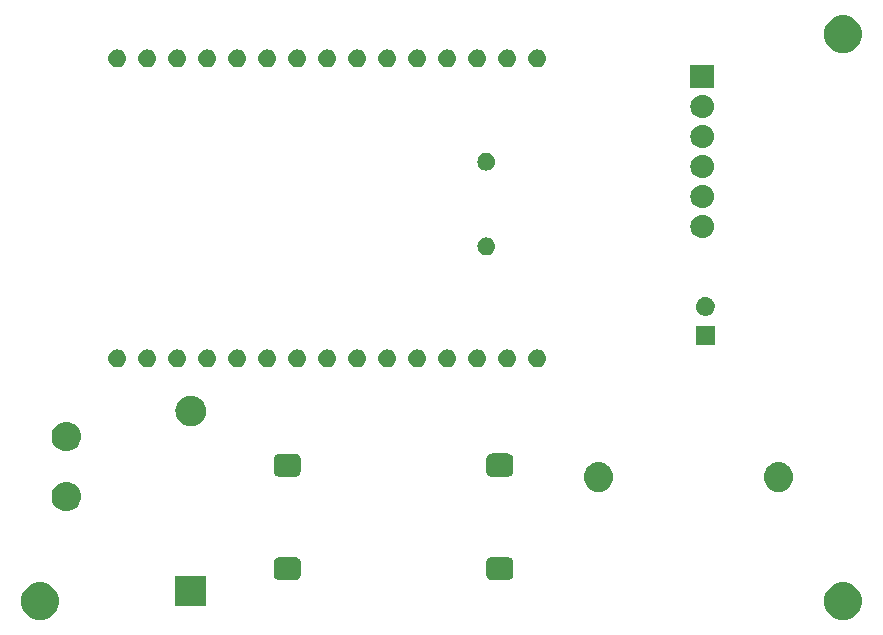
<source format=gts>
G04 #@! TF.GenerationSoftware,KiCad,Pcbnew,8.0.9*
G04 #@! TF.CreationDate,2025-07-12T12:55:35+02:00*
G04 #@! TF.ProjectId,OBD_Circuit,4f42445f-4369-4726-9375-69742e6b6963,rev?*
G04 #@! TF.SameCoordinates,Original*
G04 #@! TF.FileFunction,Soldermask,Top*
G04 #@! TF.FilePolarity,Negative*
%FSLAX46Y46*%
G04 Gerber Fmt 4.6, Leading zero omitted, Abs format (unit mm)*
G04 Created by KiCad (PCBNEW 8.0.9) date 2025-07-12 12:55:35*
%MOMM*%
%LPD*%
G01*
G04 APERTURE LIST*
G04 APERTURE END LIST*
G36*
X123750295Y-119919699D02*
G01*
X123994427Y-119978310D01*
X124226385Y-120074390D01*
X124440456Y-120205573D01*
X124631371Y-120368629D01*
X124794427Y-120559544D01*
X124925610Y-120773615D01*
X125021690Y-121005573D01*
X125080301Y-121249705D01*
X125100000Y-121500000D01*
X125080301Y-121750295D01*
X125021690Y-121994427D01*
X124925610Y-122226385D01*
X124794427Y-122440456D01*
X124631371Y-122631371D01*
X124440456Y-122794427D01*
X124226385Y-122925610D01*
X123994427Y-123021690D01*
X123750295Y-123080301D01*
X123500000Y-123100000D01*
X123249705Y-123080301D01*
X123005573Y-123021690D01*
X122773615Y-122925610D01*
X122559544Y-122794427D01*
X122368629Y-122631371D01*
X122205573Y-122440456D01*
X122074390Y-122226385D01*
X121978310Y-121994427D01*
X121919699Y-121750295D01*
X121900000Y-121500000D01*
X121919699Y-121249705D01*
X121978310Y-121005573D01*
X122074390Y-120773615D01*
X122205573Y-120559544D01*
X122368629Y-120368629D01*
X122559544Y-120205573D01*
X122773615Y-120074390D01*
X123005573Y-119978310D01*
X123249705Y-119919699D01*
X123500000Y-119900000D01*
X123750295Y-119919699D01*
G37*
G36*
X191750295Y-119919699D02*
G01*
X191994427Y-119978310D01*
X192226385Y-120074390D01*
X192440456Y-120205573D01*
X192631371Y-120368629D01*
X192794427Y-120559544D01*
X192925610Y-120773615D01*
X193021690Y-121005573D01*
X193080301Y-121249705D01*
X193100000Y-121500000D01*
X193080301Y-121750295D01*
X193021690Y-121994427D01*
X192925610Y-122226385D01*
X192794427Y-122440456D01*
X192631371Y-122631371D01*
X192440456Y-122794427D01*
X192226385Y-122925610D01*
X191994427Y-123021690D01*
X191750295Y-123080301D01*
X191500000Y-123100000D01*
X191249705Y-123080301D01*
X191005573Y-123021690D01*
X190773615Y-122925610D01*
X190559544Y-122794427D01*
X190368629Y-122631371D01*
X190205573Y-122440456D01*
X190074390Y-122226385D01*
X189978310Y-121994427D01*
X189919699Y-121750295D01*
X189900000Y-121500000D01*
X189919699Y-121249705D01*
X189978310Y-121005573D01*
X190074390Y-120773615D01*
X190205573Y-120559544D01*
X190368629Y-120368629D01*
X190559544Y-120205573D01*
X190773615Y-120074390D01*
X191005573Y-119978310D01*
X191249705Y-119919699D01*
X191500000Y-119900000D01*
X191750295Y-119919699D01*
G37*
G36*
X137571000Y-121950000D02*
G01*
X134971000Y-121950000D01*
X134971000Y-119350000D01*
X137571000Y-119350000D01*
X137571000Y-121950000D01*
G37*
G36*
X145187795Y-117774267D02*
G01*
X145194706Y-117776845D01*
X145199104Y-117777373D01*
X145251105Y-117797880D01*
X145319270Y-117823304D01*
X145323384Y-117826384D01*
X145324345Y-117826763D01*
X145359279Y-117853254D01*
X145431604Y-117907396D01*
X145485764Y-117979745D01*
X145512236Y-118014654D01*
X145512614Y-118015613D01*
X145515696Y-118019730D01*
X145541130Y-118087923D01*
X145561626Y-118139895D01*
X145562153Y-118144289D01*
X145564733Y-118151205D01*
X145576000Y-118256000D01*
X145576000Y-119242000D01*
X145564733Y-119346795D01*
X145562153Y-119353710D01*
X145561626Y-119358104D01*
X145541137Y-119410058D01*
X145515696Y-119478270D01*
X145512613Y-119482387D01*
X145512236Y-119483345D01*
X145485822Y-119518176D01*
X145431604Y-119590604D01*
X145359176Y-119644822D01*
X145324345Y-119671236D01*
X145323387Y-119671613D01*
X145319270Y-119674696D01*
X145251058Y-119700137D01*
X145199104Y-119720626D01*
X145194710Y-119721153D01*
X145187795Y-119723733D01*
X145083000Y-119735000D01*
X143783000Y-119735000D01*
X143678205Y-119723733D01*
X143671289Y-119721153D01*
X143666895Y-119720626D01*
X143614923Y-119700130D01*
X143546730Y-119674696D01*
X143542613Y-119671614D01*
X143541654Y-119671236D01*
X143506745Y-119644764D01*
X143434396Y-119590604D01*
X143380254Y-119518279D01*
X143353763Y-119483345D01*
X143353384Y-119482384D01*
X143350304Y-119478270D01*
X143324880Y-119410105D01*
X143304373Y-119358104D01*
X143303845Y-119353706D01*
X143301267Y-119346795D01*
X143290000Y-119242000D01*
X143290000Y-118256000D01*
X143301267Y-118151205D01*
X143303844Y-118144293D01*
X143304373Y-118139895D01*
X143324887Y-118087876D01*
X143350304Y-118019730D01*
X143353383Y-118015616D01*
X143353763Y-118014654D01*
X143380312Y-117979642D01*
X143434396Y-117907396D01*
X143506642Y-117853312D01*
X143541654Y-117826763D01*
X143542616Y-117826383D01*
X143546730Y-117823304D01*
X143614876Y-117797887D01*
X143666895Y-117777373D01*
X143671293Y-117776844D01*
X143678205Y-117774267D01*
X143783000Y-117763000D01*
X145083000Y-117763000D01*
X145187795Y-117774267D01*
G37*
G36*
X163187795Y-117770267D02*
G01*
X163194706Y-117772845D01*
X163199104Y-117773373D01*
X163251105Y-117793880D01*
X163319270Y-117819304D01*
X163323384Y-117822384D01*
X163324345Y-117822763D01*
X163359279Y-117849254D01*
X163431604Y-117903396D01*
X163485764Y-117975745D01*
X163512236Y-118010654D01*
X163512614Y-118011613D01*
X163515696Y-118015730D01*
X163541130Y-118083923D01*
X163561626Y-118135895D01*
X163562153Y-118140289D01*
X163564733Y-118147205D01*
X163576000Y-118252000D01*
X163576000Y-119238000D01*
X163564733Y-119342795D01*
X163562153Y-119349710D01*
X163561626Y-119354104D01*
X163541137Y-119406058D01*
X163515696Y-119474270D01*
X163512613Y-119478387D01*
X163512236Y-119479345D01*
X163485822Y-119514176D01*
X163431604Y-119586604D01*
X163359176Y-119640822D01*
X163324345Y-119667236D01*
X163323387Y-119667613D01*
X163319270Y-119670696D01*
X163251058Y-119696137D01*
X163199104Y-119716626D01*
X163194710Y-119717153D01*
X163187795Y-119719733D01*
X163083000Y-119731000D01*
X161783000Y-119731000D01*
X161678205Y-119719733D01*
X161671289Y-119717153D01*
X161666895Y-119716626D01*
X161614923Y-119696130D01*
X161546730Y-119670696D01*
X161542613Y-119667614D01*
X161541654Y-119667236D01*
X161506745Y-119640764D01*
X161434396Y-119586604D01*
X161380254Y-119514279D01*
X161353763Y-119479345D01*
X161353384Y-119478384D01*
X161350304Y-119474270D01*
X161324880Y-119406105D01*
X161304373Y-119354104D01*
X161303845Y-119349706D01*
X161301267Y-119342795D01*
X161290000Y-119238000D01*
X161290000Y-118252000D01*
X161301267Y-118147205D01*
X161303844Y-118140293D01*
X161304373Y-118135895D01*
X161324887Y-118083876D01*
X161350304Y-118015730D01*
X161353383Y-118011616D01*
X161353763Y-118010654D01*
X161380312Y-117975642D01*
X161434396Y-117903396D01*
X161506642Y-117849312D01*
X161541654Y-117822763D01*
X161542616Y-117822383D01*
X161546730Y-117819304D01*
X161614876Y-117793887D01*
X161666895Y-117773373D01*
X161671293Y-117772844D01*
X161678205Y-117770267D01*
X161783000Y-117759000D01*
X163083000Y-117759000D01*
X163187795Y-117770267D01*
G37*
G36*
X125947060Y-111417990D02*
G01*
X126157525Y-111474384D01*
X126355000Y-111566468D01*
X126533485Y-111691444D01*
X126687556Y-111845515D01*
X126812532Y-112024000D01*
X126904616Y-112221475D01*
X126961010Y-112431940D01*
X126980000Y-112649000D01*
X126961010Y-112866060D01*
X126904616Y-113076525D01*
X126812532Y-113274000D01*
X126687556Y-113452485D01*
X126533485Y-113606556D01*
X126355000Y-113731532D01*
X126157525Y-113823616D01*
X125947060Y-113880010D01*
X125730000Y-113899000D01*
X125512940Y-113880010D01*
X125302475Y-113823616D01*
X125105000Y-113731532D01*
X124926515Y-113606556D01*
X124772444Y-113452485D01*
X124647468Y-113274000D01*
X124555384Y-113076525D01*
X124498990Y-112866060D01*
X124480000Y-112649000D01*
X124498990Y-112431940D01*
X124555384Y-112221475D01*
X124647468Y-112024000D01*
X124772444Y-111845515D01*
X124926515Y-111691444D01*
X125105000Y-111566468D01*
X125302475Y-111474384D01*
X125512940Y-111417990D01*
X125730000Y-111399000D01*
X125947060Y-111417990D01*
G37*
G36*
X171006660Y-109768990D02*
G01*
X171217125Y-109825384D01*
X171414600Y-109917468D01*
X171593085Y-110042444D01*
X171747156Y-110196515D01*
X171872132Y-110375000D01*
X171964216Y-110572475D01*
X172020610Y-110782940D01*
X172039600Y-111000000D01*
X172020610Y-111217060D01*
X171964216Y-111427525D01*
X171872132Y-111625000D01*
X171747156Y-111803485D01*
X171593085Y-111957556D01*
X171414600Y-112082532D01*
X171217125Y-112174616D01*
X171006660Y-112231010D01*
X170789600Y-112250000D01*
X170572540Y-112231010D01*
X170362075Y-112174616D01*
X170164600Y-112082532D01*
X169986115Y-111957556D01*
X169832044Y-111803485D01*
X169707068Y-111625000D01*
X169614984Y-111427525D01*
X169558590Y-111217060D01*
X169539600Y-111000000D01*
X169558590Y-110782940D01*
X169614984Y-110572475D01*
X169707068Y-110375000D01*
X169832044Y-110196515D01*
X169986115Y-110042444D01*
X170164600Y-109917468D01*
X170362075Y-109825384D01*
X170572540Y-109768990D01*
X170789600Y-109750000D01*
X171006660Y-109768990D01*
G37*
G36*
X186246660Y-109768990D02*
G01*
X186457125Y-109825384D01*
X186654600Y-109917468D01*
X186833085Y-110042444D01*
X186987156Y-110196515D01*
X187112132Y-110375000D01*
X187204216Y-110572475D01*
X187260610Y-110782940D01*
X187279600Y-111000000D01*
X187260610Y-111217060D01*
X187204216Y-111427525D01*
X187112132Y-111625000D01*
X186987156Y-111803485D01*
X186833085Y-111957556D01*
X186654600Y-112082532D01*
X186457125Y-112174616D01*
X186246660Y-112231010D01*
X186029600Y-112250000D01*
X185812540Y-112231010D01*
X185602075Y-112174616D01*
X185404600Y-112082532D01*
X185226115Y-111957556D01*
X185072044Y-111803485D01*
X184947068Y-111625000D01*
X184854984Y-111427525D01*
X184798590Y-111217060D01*
X184779600Y-111000000D01*
X184798590Y-110782940D01*
X184854984Y-110572475D01*
X184947068Y-110375000D01*
X185072044Y-110196515D01*
X185226115Y-110042444D01*
X185404600Y-109917468D01*
X185602075Y-109825384D01*
X185812540Y-109768990D01*
X186029600Y-109750000D01*
X186246660Y-109768990D01*
G37*
G36*
X145187795Y-109028267D02*
G01*
X145194706Y-109030845D01*
X145199104Y-109031373D01*
X145251105Y-109051880D01*
X145319270Y-109077304D01*
X145323384Y-109080384D01*
X145324345Y-109080763D01*
X145359279Y-109107254D01*
X145431604Y-109161396D01*
X145485764Y-109233745D01*
X145512236Y-109268654D01*
X145512614Y-109269613D01*
X145515696Y-109273730D01*
X145541130Y-109341923D01*
X145561626Y-109393895D01*
X145562153Y-109398289D01*
X145564733Y-109405205D01*
X145576000Y-109510000D01*
X145576000Y-110496000D01*
X145564733Y-110600795D01*
X145562153Y-110607710D01*
X145561626Y-110612104D01*
X145541137Y-110664058D01*
X145515696Y-110732270D01*
X145512613Y-110736387D01*
X145512236Y-110737345D01*
X145485822Y-110772176D01*
X145431604Y-110844604D01*
X145359176Y-110898822D01*
X145324345Y-110925236D01*
X145323387Y-110925613D01*
X145319270Y-110928696D01*
X145251058Y-110954137D01*
X145199104Y-110974626D01*
X145194710Y-110975153D01*
X145187795Y-110977733D01*
X145083000Y-110989000D01*
X143783000Y-110989000D01*
X143678205Y-110977733D01*
X143671289Y-110975153D01*
X143666895Y-110974626D01*
X143614923Y-110954130D01*
X143546730Y-110928696D01*
X143542613Y-110925614D01*
X143541654Y-110925236D01*
X143506745Y-110898764D01*
X143434396Y-110844604D01*
X143380254Y-110772279D01*
X143353763Y-110737345D01*
X143353384Y-110736384D01*
X143350304Y-110732270D01*
X143324880Y-110664105D01*
X143304373Y-110612104D01*
X143303845Y-110607706D01*
X143301267Y-110600795D01*
X143290000Y-110496000D01*
X143290000Y-109510000D01*
X143301267Y-109405205D01*
X143303844Y-109398293D01*
X143304373Y-109393895D01*
X143324887Y-109341876D01*
X143350304Y-109273730D01*
X143353383Y-109269616D01*
X143353763Y-109268654D01*
X143380312Y-109233642D01*
X143434396Y-109161396D01*
X143506642Y-109107312D01*
X143541654Y-109080763D01*
X143542616Y-109080383D01*
X143546730Y-109077304D01*
X143614876Y-109051887D01*
X143666895Y-109031373D01*
X143671293Y-109030844D01*
X143678205Y-109028267D01*
X143783000Y-109017000D01*
X145083000Y-109017000D01*
X145187795Y-109028267D01*
G37*
G36*
X163187795Y-109024267D02*
G01*
X163194706Y-109026845D01*
X163199104Y-109027373D01*
X163251105Y-109047880D01*
X163319270Y-109073304D01*
X163323384Y-109076384D01*
X163324345Y-109076763D01*
X163359279Y-109103254D01*
X163431604Y-109157396D01*
X163485764Y-109229745D01*
X163512236Y-109264654D01*
X163512614Y-109265613D01*
X163515696Y-109269730D01*
X163541130Y-109337923D01*
X163561626Y-109389895D01*
X163562153Y-109394289D01*
X163564733Y-109401205D01*
X163576000Y-109506000D01*
X163576000Y-110492000D01*
X163564733Y-110596795D01*
X163562153Y-110603710D01*
X163561626Y-110608104D01*
X163541137Y-110660058D01*
X163515696Y-110728270D01*
X163512613Y-110732387D01*
X163512236Y-110733345D01*
X163485822Y-110768176D01*
X163431604Y-110840604D01*
X163359176Y-110894822D01*
X163324345Y-110921236D01*
X163323387Y-110921613D01*
X163319270Y-110924696D01*
X163251058Y-110950137D01*
X163199104Y-110970626D01*
X163194710Y-110971153D01*
X163187795Y-110973733D01*
X163083000Y-110985000D01*
X161783000Y-110985000D01*
X161678205Y-110973733D01*
X161671289Y-110971153D01*
X161666895Y-110970626D01*
X161614923Y-110950130D01*
X161546730Y-110924696D01*
X161542613Y-110921614D01*
X161541654Y-110921236D01*
X161506745Y-110894764D01*
X161434396Y-110840604D01*
X161380254Y-110768279D01*
X161353763Y-110733345D01*
X161353384Y-110732384D01*
X161350304Y-110728270D01*
X161324880Y-110660105D01*
X161304373Y-110608104D01*
X161303845Y-110603706D01*
X161301267Y-110596795D01*
X161290000Y-110492000D01*
X161290000Y-109506000D01*
X161301267Y-109401205D01*
X161303844Y-109394293D01*
X161304373Y-109389895D01*
X161324887Y-109337876D01*
X161350304Y-109269730D01*
X161353383Y-109265616D01*
X161353763Y-109264654D01*
X161380312Y-109229642D01*
X161434396Y-109157396D01*
X161506642Y-109103312D01*
X161541654Y-109076763D01*
X161542616Y-109076383D01*
X161546730Y-109073304D01*
X161614876Y-109047887D01*
X161666895Y-109027373D01*
X161671293Y-109026844D01*
X161678205Y-109024267D01*
X161783000Y-109013000D01*
X163083000Y-109013000D01*
X163187795Y-109024267D01*
G37*
G36*
X125947060Y-106337990D02*
G01*
X126157525Y-106394384D01*
X126355000Y-106486468D01*
X126533485Y-106611444D01*
X126687556Y-106765515D01*
X126812532Y-106944000D01*
X126904616Y-107141475D01*
X126961010Y-107351940D01*
X126980000Y-107569000D01*
X126961010Y-107786060D01*
X126904616Y-107996525D01*
X126812532Y-108194000D01*
X126687556Y-108372485D01*
X126533485Y-108526556D01*
X126355000Y-108651532D01*
X126157525Y-108743616D01*
X125947060Y-108800010D01*
X125730000Y-108819000D01*
X125512940Y-108800010D01*
X125302475Y-108743616D01*
X125105000Y-108651532D01*
X124926515Y-108526556D01*
X124772444Y-108372485D01*
X124647468Y-108194000D01*
X124555384Y-107996525D01*
X124498990Y-107786060D01*
X124480000Y-107569000D01*
X124498990Y-107351940D01*
X124555384Y-107141475D01*
X124647468Y-106944000D01*
X124772444Y-106765515D01*
X124926515Y-106611444D01*
X125105000Y-106486468D01*
X125302475Y-106394384D01*
X125512940Y-106337990D01*
X125730000Y-106319000D01*
X125947060Y-106337990D01*
G37*
G36*
X136324092Y-104114645D02*
G01*
X136378334Y-104114645D01*
X136438113Y-104124620D01*
X136496743Y-104129750D01*
X136542788Y-104142088D01*
X136590082Y-104149980D01*
X136653528Y-104171760D01*
X136715626Y-104188400D01*
X136753660Y-104206135D01*
X136793120Y-104219682D01*
X136857954Y-104254768D01*
X136921000Y-104284167D01*
X136950678Y-104304947D01*
X136981920Y-104321855D01*
X137045512Y-104371351D01*
X137106624Y-104414142D01*
X137128164Y-104435682D01*
X137151326Y-104453710D01*
X137210823Y-104518341D01*
X137266858Y-104574376D01*
X137281001Y-104594575D01*
X137296721Y-104611651D01*
X137349168Y-104691927D01*
X137396833Y-104760000D01*
X137404788Y-104777060D01*
X137414134Y-104791365D01*
X137456562Y-104888091D01*
X137492600Y-104965374D01*
X137495955Y-104977896D01*
X137500368Y-104987956D01*
X137529900Y-105104581D01*
X137551250Y-105184257D01*
X137551869Y-105191335D01*
X137553066Y-105196061D01*
X137567102Y-105365451D01*
X137571000Y-105410000D01*
X137567102Y-105454552D01*
X137553066Y-105623938D01*
X137551869Y-105628663D01*
X137551250Y-105635743D01*
X137529896Y-105715436D01*
X137500368Y-105832043D01*
X137495956Y-105842101D01*
X137492600Y-105854626D01*
X137456555Y-105931924D01*
X137414134Y-106028634D01*
X137404790Y-106042936D01*
X137396833Y-106060000D01*
X137349158Y-106128086D01*
X137296721Y-106208348D01*
X137281004Y-106225420D01*
X137266858Y-106245624D01*
X137210812Y-106301669D01*
X137151326Y-106366289D01*
X137128169Y-106384312D01*
X137106624Y-106405858D01*
X137045499Y-106448657D01*
X136981920Y-106498144D01*
X136950684Y-106515047D01*
X136921000Y-106535833D01*
X136857941Y-106565237D01*
X136793120Y-106600317D01*
X136753669Y-106613860D01*
X136715626Y-106631600D01*
X136653515Y-106648242D01*
X136590082Y-106670019D01*
X136542796Y-106677909D01*
X136496743Y-106690250D01*
X136438109Y-106695379D01*
X136378334Y-106705355D01*
X136324092Y-106705355D01*
X136271000Y-106710000D01*
X136217908Y-106705355D01*
X136163666Y-106705355D01*
X136103889Y-106695379D01*
X136045257Y-106690250D01*
X135999204Y-106677910D01*
X135951917Y-106670019D01*
X135888480Y-106648241D01*
X135826374Y-106631600D01*
X135788333Y-106613861D01*
X135748879Y-106600317D01*
X135684051Y-106565234D01*
X135621000Y-106535833D01*
X135591318Y-106515050D01*
X135560079Y-106498144D01*
X135496490Y-106448650D01*
X135435376Y-106405858D01*
X135413834Y-106384316D01*
X135390673Y-106366289D01*
X135331175Y-106301657D01*
X135275142Y-106245624D01*
X135260998Y-106225425D01*
X135245278Y-106208348D01*
X135192826Y-106128064D01*
X135145167Y-106060000D01*
X135137212Y-106042941D01*
X135127865Y-106028634D01*
X135085427Y-105931887D01*
X135049400Y-105854626D01*
X135046045Y-105842106D01*
X135041631Y-105832043D01*
X135012085Y-105715368D01*
X134990750Y-105635743D01*
X134990131Y-105628669D01*
X134988933Y-105623938D01*
X134974878Y-105454336D01*
X134971000Y-105410000D01*
X134974878Y-105365667D01*
X134988933Y-105196061D01*
X134990131Y-105191328D01*
X134990750Y-105184257D01*
X135012081Y-105104649D01*
X135041631Y-104987956D01*
X135046046Y-104977890D01*
X135049400Y-104965374D01*
X135085420Y-104888127D01*
X135127865Y-104791365D01*
X135137214Y-104777055D01*
X135145167Y-104760000D01*
X135192816Y-104691948D01*
X135245278Y-104611651D01*
X135261001Y-104594570D01*
X135275142Y-104574376D01*
X135331163Y-104518354D01*
X135390673Y-104453710D01*
X135413838Y-104435679D01*
X135435376Y-104414142D01*
X135496478Y-104371358D01*
X135560079Y-104321855D01*
X135591325Y-104304945D01*
X135621000Y-104284167D01*
X135684037Y-104254772D01*
X135748879Y-104219682D01*
X135788341Y-104206134D01*
X135826374Y-104188400D01*
X135888466Y-104171762D01*
X135951917Y-104149980D01*
X135999212Y-104142087D01*
X136045257Y-104129750D01*
X136103885Y-104124620D01*
X136163666Y-104114645D01*
X136217908Y-104114645D01*
X136271000Y-104110000D01*
X136324092Y-104114645D01*
G37*
G36*
X130217561Y-100222105D02*
G01*
X130378619Y-100278462D01*
X130523099Y-100369244D01*
X130643756Y-100489901D01*
X130734538Y-100634381D01*
X130790895Y-100795439D01*
X130810000Y-100965000D01*
X130790895Y-101134561D01*
X130734538Y-101295619D01*
X130643756Y-101440099D01*
X130523099Y-101560756D01*
X130378619Y-101651538D01*
X130217561Y-101707895D01*
X130048000Y-101727000D01*
X129878439Y-101707895D01*
X129717381Y-101651538D01*
X129572901Y-101560756D01*
X129452244Y-101440099D01*
X129361462Y-101295619D01*
X129305105Y-101134561D01*
X129286000Y-100965000D01*
X129305105Y-100795439D01*
X129361462Y-100634381D01*
X129452244Y-100489901D01*
X129572901Y-100369244D01*
X129717381Y-100278462D01*
X129878439Y-100222105D01*
X130048000Y-100203000D01*
X130217561Y-100222105D01*
G37*
G36*
X132757561Y-100222105D02*
G01*
X132918619Y-100278462D01*
X133063099Y-100369244D01*
X133183756Y-100489901D01*
X133274538Y-100634381D01*
X133330895Y-100795439D01*
X133350000Y-100965000D01*
X133330895Y-101134561D01*
X133274538Y-101295619D01*
X133183756Y-101440099D01*
X133063099Y-101560756D01*
X132918619Y-101651538D01*
X132757561Y-101707895D01*
X132588000Y-101727000D01*
X132418439Y-101707895D01*
X132257381Y-101651538D01*
X132112901Y-101560756D01*
X131992244Y-101440099D01*
X131901462Y-101295619D01*
X131845105Y-101134561D01*
X131826000Y-100965000D01*
X131845105Y-100795439D01*
X131901462Y-100634381D01*
X131992244Y-100489901D01*
X132112901Y-100369244D01*
X132257381Y-100278462D01*
X132418439Y-100222105D01*
X132588000Y-100203000D01*
X132757561Y-100222105D01*
G37*
G36*
X135297561Y-100222105D02*
G01*
X135458619Y-100278462D01*
X135603099Y-100369244D01*
X135723756Y-100489901D01*
X135814538Y-100634381D01*
X135870895Y-100795439D01*
X135890000Y-100965000D01*
X135870895Y-101134561D01*
X135814538Y-101295619D01*
X135723756Y-101440099D01*
X135603099Y-101560756D01*
X135458619Y-101651538D01*
X135297561Y-101707895D01*
X135128000Y-101727000D01*
X134958439Y-101707895D01*
X134797381Y-101651538D01*
X134652901Y-101560756D01*
X134532244Y-101440099D01*
X134441462Y-101295619D01*
X134385105Y-101134561D01*
X134366000Y-100965000D01*
X134385105Y-100795439D01*
X134441462Y-100634381D01*
X134532244Y-100489901D01*
X134652901Y-100369244D01*
X134797381Y-100278462D01*
X134958439Y-100222105D01*
X135128000Y-100203000D01*
X135297561Y-100222105D01*
G37*
G36*
X137837561Y-100222105D02*
G01*
X137998619Y-100278462D01*
X138143099Y-100369244D01*
X138263756Y-100489901D01*
X138354538Y-100634381D01*
X138410895Y-100795439D01*
X138430000Y-100965000D01*
X138410895Y-101134561D01*
X138354538Y-101295619D01*
X138263756Y-101440099D01*
X138143099Y-101560756D01*
X137998619Y-101651538D01*
X137837561Y-101707895D01*
X137668000Y-101727000D01*
X137498439Y-101707895D01*
X137337381Y-101651538D01*
X137192901Y-101560756D01*
X137072244Y-101440099D01*
X136981462Y-101295619D01*
X136925105Y-101134561D01*
X136906000Y-100965000D01*
X136925105Y-100795439D01*
X136981462Y-100634381D01*
X137072244Y-100489901D01*
X137192901Y-100369244D01*
X137337381Y-100278462D01*
X137498439Y-100222105D01*
X137668000Y-100203000D01*
X137837561Y-100222105D01*
G37*
G36*
X140377561Y-100222105D02*
G01*
X140538619Y-100278462D01*
X140683099Y-100369244D01*
X140803756Y-100489901D01*
X140894538Y-100634381D01*
X140950895Y-100795439D01*
X140970000Y-100965000D01*
X140950895Y-101134561D01*
X140894538Y-101295619D01*
X140803756Y-101440099D01*
X140683099Y-101560756D01*
X140538619Y-101651538D01*
X140377561Y-101707895D01*
X140208000Y-101727000D01*
X140038439Y-101707895D01*
X139877381Y-101651538D01*
X139732901Y-101560756D01*
X139612244Y-101440099D01*
X139521462Y-101295619D01*
X139465105Y-101134561D01*
X139446000Y-100965000D01*
X139465105Y-100795439D01*
X139521462Y-100634381D01*
X139612244Y-100489901D01*
X139732901Y-100369244D01*
X139877381Y-100278462D01*
X140038439Y-100222105D01*
X140208000Y-100203000D01*
X140377561Y-100222105D01*
G37*
G36*
X142917561Y-100222105D02*
G01*
X143078619Y-100278462D01*
X143223099Y-100369244D01*
X143343756Y-100489901D01*
X143434538Y-100634381D01*
X143490895Y-100795439D01*
X143510000Y-100965000D01*
X143490895Y-101134561D01*
X143434538Y-101295619D01*
X143343756Y-101440099D01*
X143223099Y-101560756D01*
X143078619Y-101651538D01*
X142917561Y-101707895D01*
X142748000Y-101727000D01*
X142578439Y-101707895D01*
X142417381Y-101651538D01*
X142272901Y-101560756D01*
X142152244Y-101440099D01*
X142061462Y-101295619D01*
X142005105Y-101134561D01*
X141986000Y-100965000D01*
X142005105Y-100795439D01*
X142061462Y-100634381D01*
X142152244Y-100489901D01*
X142272901Y-100369244D01*
X142417381Y-100278462D01*
X142578439Y-100222105D01*
X142748000Y-100203000D01*
X142917561Y-100222105D01*
G37*
G36*
X145457561Y-100222105D02*
G01*
X145618619Y-100278462D01*
X145763099Y-100369244D01*
X145883756Y-100489901D01*
X145974538Y-100634381D01*
X146030895Y-100795439D01*
X146050000Y-100965000D01*
X146030895Y-101134561D01*
X145974538Y-101295619D01*
X145883756Y-101440099D01*
X145763099Y-101560756D01*
X145618619Y-101651538D01*
X145457561Y-101707895D01*
X145288000Y-101727000D01*
X145118439Y-101707895D01*
X144957381Y-101651538D01*
X144812901Y-101560756D01*
X144692244Y-101440099D01*
X144601462Y-101295619D01*
X144545105Y-101134561D01*
X144526000Y-100965000D01*
X144545105Y-100795439D01*
X144601462Y-100634381D01*
X144692244Y-100489901D01*
X144812901Y-100369244D01*
X144957381Y-100278462D01*
X145118439Y-100222105D01*
X145288000Y-100203000D01*
X145457561Y-100222105D01*
G37*
G36*
X147997561Y-100222105D02*
G01*
X148158619Y-100278462D01*
X148303099Y-100369244D01*
X148423756Y-100489901D01*
X148514538Y-100634381D01*
X148570895Y-100795439D01*
X148590000Y-100965000D01*
X148570895Y-101134561D01*
X148514538Y-101295619D01*
X148423756Y-101440099D01*
X148303099Y-101560756D01*
X148158619Y-101651538D01*
X147997561Y-101707895D01*
X147828000Y-101727000D01*
X147658439Y-101707895D01*
X147497381Y-101651538D01*
X147352901Y-101560756D01*
X147232244Y-101440099D01*
X147141462Y-101295619D01*
X147085105Y-101134561D01*
X147066000Y-100965000D01*
X147085105Y-100795439D01*
X147141462Y-100634381D01*
X147232244Y-100489901D01*
X147352901Y-100369244D01*
X147497381Y-100278462D01*
X147658439Y-100222105D01*
X147828000Y-100203000D01*
X147997561Y-100222105D01*
G37*
G36*
X150537561Y-100222105D02*
G01*
X150698619Y-100278462D01*
X150843099Y-100369244D01*
X150963756Y-100489901D01*
X151054538Y-100634381D01*
X151110895Y-100795439D01*
X151130000Y-100965000D01*
X151110895Y-101134561D01*
X151054538Y-101295619D01*
X150963756Y-101440099D01*
X150843099Y-101560756D01*
X150698619Y-101651538D01*
X150537561Y-101707895D01*
X150368000Y-101727000D01*
X150198439Y-101707895D01*
X150037381Y-101651538D01*
X149892901Y-101560756D01*
X149772244Y-101440099D01*
X149681462Y-101295619D01*
X149625105Y-101134561D01*
X149606000Y-100965000D01*
X149625105Y-100795439D01*
X149681462Y-100634381D01*
X149772244Y-100489901D01*
X149892901Y-100369244D01*
X150037381Y-100278462D01*
X150198439Y-100222105D01*
X150368000Y-100203000D01*
X150537561Y-100222105D01*
G37*
G36*
X153077561Y-100222105D02*
G01*
X153238619Y-100278462D01*
X153383099Y-100369244D01*
X153503756Y-100489901D01*
X153594538Y-100634381D01*
X153650895Y-100795439D01*
X153670000Y-100965000D01*
X153650895Y-101134561D01*
X153594538Y-101295619D01*
X153503756Y-101440099D01*
X153383099Y-101560756D01*
X153238619Y-101651538D01*
X153077561Y-101707895D01*
X152908000Y-101727000D01*
X152738439Y-101707895D01*
X152577381Y-101651538D01*
X152432901Y-101560756D01*
X152312244Y-101440099D01*
X152221462Y-101295619D01*
X152165105Y-101134561D01*
X152146000Y-100965000D01*
X152165105Y-100795439D01*
X152221462Y-100634381D01*
X152312244Y-100489901D01*
X152432901Y-100369244D01*
X152577381Y-100278462D01*
X152738439Y-100222105D01*
X152908000Y-100203000D01*
X153077561Y-100222105D01*
G37*
G36*
X155617561Y-100222105D02*
G01*
X155778619Y-100278462D01*
X155923099Y-100369244D01*
X156043756Y-100489901D01*
X156134538Y-100634381D01*
X156190895Y-100795439D01*
X156210000Y-100965000D01*
X156190895Y-101134561D01*
X156134538Y-101295619D01*
X156043756Y-101440099D01*
X155923099Y-101560756D01*
X155778619Y-101651538D01*
X155617561Y-101707895D01*
X155448000Y-101727000D01*
X155278439Y-101707895D01*
X155117381Y-101651538D01*
X154972901Y-101560756D01*
X154852244Y-101440099D01*
X154761462Y-101295619D01*
X154705105Y-101134561D01*
X154686000Y-100965000D01*
X154705105Y-100795439D01*
X154761462Y-100634381D01*
X154852244Y-100489901D01*
X154972901Y-100369244D01*
X155117381Y-100278462D01*
X155278439Y-100222105D01*
X155448000Y-100203000D01*
X155617561Y-100222105D01*
G37*
G36*
X158157561Y-100222105D02*
G01*
X158318619Y-100278462D01*
X158463099Y-100369244D01*
X158583756Y-100489901D01*
X158674538Y-100634381D01*
X158730895Y-100795439D01*
X158750000Y-100965000D01*
X158730895Y-101134561D01*
X158674538Y-101295619D01*
X158583756Y-101440099D01*
X158463099Y-101560756D01*
X158318619Y-101651538D01*
X158157561Y-101707895D01*
X157988000Y-101727000D01*
X157818439Y-101707895D01*
X157657381Y-101651538D01*
X157512901Y-101560756D01*
X157392244Y-101440099D01*
X157301462Y-101295619D01*
X157245105Y-101134561D01*
X157226000Y-100965000D01*
X157245105Y-100795439D01*
X157301462Y-100634381D01*
X157392244Y-100489901D01*
X157512901Y-100369244D01*
X157657381Y-100278462D01*
X157818439Y-100222105D01*
X157988000Y-100203000D01*
X158157561Y-100222105D01*
G37*
G36*
X160697561Y-100222105D02*
G01*
X160858619Y-100278462D01*
X161003099Y-100369244D01*
X161123756Y-100489901D01*
X161214538Y-100634381D01*
X161270895Y-100795439D01*
X161290000Y-100965000D01*
X161270895Y-101134561D01*
X161214538Y-101295619D01*
X161123756Y-101440099D01*
X161003099Y-101560756D01*
X160858619Y-101651538D01*
X160697561Y-101707895D01*
X160528000Y-101727000D01*
X160358439Y-101707895D01*
X160197381Y-101651538D01*
X160052901Y-101560756D01*
X159932244Y-101440099D01*
X159841462Y-101295619D01*
X159785105Y-101134561D01*
X159766000Y-100965000D01*
X159785105Y-100795439D01*
X159841462Y-100634381D01*
X159932244Y-100489901D01*
X160052901Y-100369244D01*
X160197381Y-100278462D01*
X160358439Y-100222105D01*
X160528000Y-100203000D01*
X160697561Y-100222105D01*
G37*
G36*
X163237561Y-100222105D02*
G01*
X163398619Y-100278462D01*
X163543099Y-100369244D01*
X163663756Y-100489901D01*
X163754538Y-100634381D01*
X163810895Y-100795439D01*
X163830000Y-100965000D01*
X163810895Y-101134561D01*
X163754538Y-101295619D01*
X163663756Y-101440099D01*
X163543099Y-101560756D01*
X163398619Y-101651538D01*
X163237561Y-101707895D01*
X163068000Y-101727000D01*
X162898439Y-101707895D01*
X162737381Y-101651538D01*
X162592901Y-101560756D01*
X162472244Y-101440099D01*
X162381462Y-101295619D01*
X162325105Y-101134561D01*
X162306000Y-100965000D01*
X162325105Y-100795439D01*
X162381462Y-100634381D01*
X162472244Y-100489901D01*
X162592901Y-100369244D01*
X162737381Y-100278462D01*
X162898439Y-100222105D01*
X163068000Y-100203000D01*
X163237561Y-100222105D01*
G37*
G36*
X165777561Y-100222105D02*
G01*
X165938619Y-100278462D01*
X166083099Y-100369244D01*
X166203756Y-100489901D01*
X166294538Y-100634381D01*
X166350895Y-100795439D01*
X166370000Y-100965000D01*
X166350895Y-101134561D01*
X166294538Y-101295619D01*
X166203756Y-101440099D01*
X166083099Y-101560756D01*
X165938619Y-101651538D01*
X165777561Y-101707895D01*
X165608000Y-101727000D01*
X165438439Y-101707895D01*
X165277381Y-101651538D01*
X165132901Y-101560756D01*
X165012244Y-101440099D01*
X164921462Y-101295619D01*
X164865105Y-101134561D01*
X164846000Y-100965000D01*
X164865105Y-100795439D01*
X164921462Y-100634381D01*
X165012244Y-100489901D01*
X165132901Y-100369244D01*
X165277381Y-100278462D01*
X165438439Y-100222105D01*
X165608000Y-100203000D01*
X165777561Y-100222105D01*
G37*
G36*
X180632000Y-99860000D02*
G01*
X179032000Y-99860000D01*
X179032000Y-98260000D01*
X180632000Y-98260000D01*
X180632000Y-99860000D01*
G37*
G36*
X179873811Y-95764711D02*
G01*
X179915588Y-95764711D01*
X179962718Y-95774728D01*
X180010017Y-95780058D01*
X180044408Y-95792092D01*
X180079110Y-95799468D01*
X180129117Y-95821733D01*
X180179107Y-95839225D01*
X180205128Y-95855575D01*
X180231835Y-95867466D01*
X180281633Y-95903646D01*
X180330792Y-95934535D01*
X180348444Y-95952187D01*
X180367084Y-95965730D01*
X180413165Y-96016908D01*
X180457465Y-96061208D01*
X180467654Y-96077424D01*
X180478946Y-96089965D01*
X180517573Y-96156870D01*
X180552775Y-96212893D01*
X180557170Y-96225453D01*
X180562535Y-96234746D01*
X180590010Y-96319305D01*
X180611942Y-96381983D01*
X180612773Y-96389363D01*
X180614195Y-96393738D01*
X180627076Y-96516306D01*
X180632000Y-96560000D01*
X180627076Y-96603697D01*
X180614195Y-96726261D01*
X180612773Y-96730635D01*
X180611942Y-96738017D01*
X180590005Y-96800707D01*
X180562535Y-96885253D01*
X180557171Y-96894543D01*
X180552775Y-96907107D01*
X180517566Y-96963140D01*
X180478946Y-97030034D01*
X180467656Y-97042572D01*
X180457465Y-97058792D01*
X180413155Y-97103101D01*
X180367084Y-97154269D01*
X180348448Y-97167808D01*
X180330792Y-97185465D01*
X180281623Y-97216359D01*
X180231835Y-97252533D01*
X180205134Y-97264421D01*
X180179107Y-97280775D01*
X180129107Y-97298270D01*
X180079110Y-97320531D01*
X180044414Y-97327905D01*
X180010017Y-97339942D01*
X179962715Y-97345271D01*
X179915588Y-97355289D01*
X179873811Y-97355289D01*
X179832000Y-97360000D01*
X179790189Y-97355289D01*
X179748412Y-97355289D01*
X179701284Y-97345271D01*
X179653983Y-97339942D01*
X179619586Y-97327906D01*
X179584889Y-97320531D01*
X179534887Y-97298268D01*
X179484893Y-97280775D01*
X179458868Y-97264422D01*
X179432164Y-97252533D01*
X179382369Y-97216355D01*
X179333208Y-97185465D01*
X179315554Y-97167811D01*
X179296915Y-97154269D01*
X179250833Y-97103090D01*
X179206535Y-97058792D01*
X179196345Y-97042575D01*
X179185053Y-97030034D01*
X179146420Y-96963120D01*
X179111225Y-96907107D01*
X179106830Y-96894547D01*
X179101464Y-96885253D01*
X179073980Y-96800667D01*
X179052058Y-96738017D01*
X179051226Y-96730639D01*
X179049804Y-96726261D01*
X179036908Y-96603565D01*
X179032000Y-96560000D01*
X179036908Y-96516438D01*
X179049804Y-96393738D01*
X179051226Y-96389358D01*
X179052058Y-96381983D01*
X179073975Y-96319345D01*
X179101464Y-96234746D01*
X179106831Y-96225449D01*
X179111225Y-96212893D01*
X179146413Y-96156890D01*
X179185053Y-96089965D01*
X179196347Y-96077421D01*
X179206535Y-96061208D01*
X179250826Y-96016916D01*
X179296917Y-95965728D01*
X179315559Y-95952183D01*
X179333208Y-95934535D01*
X179382354Y-95903654D01*
X179432162Y-95867467D01*
X179458873Y-95855574D01*
X179484893Y-95839225D01*
X179534877Y-95821734D01*
X179584889Y-95799468D01*
X179619592Y-95792091D01*
X179653983Y-95780058D01*
X179701281Y-95774728D01*
X179748412Y-95764711D01*
X179790189Y-95764711D01*
X179832000Y-95760000D01*
X179873811Y-95764711D01*
G37*
G36*
X161469561Y-90741309D02*
G01*
X161630619Y-90797666D01*
X161775099Y-90888448D01*
X161895756Y-91009105D01*
X161986538Y-91153585D01*
X162042895Y-91314643D01*
X162062000Y-91484204D01*
X162042895Y-91653765D01*
X161986538Y-91814823D01*
X161895756Y-91959303D01*
X161775099Y-92079960D01*
X161630619Y-92170742D01*
X161469561Y-92227099D01*
X161300000Y-92246204D01*
X161130439Y-92227099D01*
X160969381Y-92170742D01*
X160824901Y-92079960D01*
X160704244Y-91959303D01*
X160613462Y-91814823D01*
X160557105Y-91653765D01*
X160538000Y-91484204D01*
X160557105Y-91314643D01*
X160613462Y-91153585D01*
X160704244Y-91009105D01*
X160824901Y-90888448D01*
X160969381Y-90797666D01*
X161130439Y-90741309D01*
X161300000Y-90722204D01*
X161469561Y-90741309D01*
G37*
G36*
X179773090Y-88808215D02*
G01*
X179960683Y-88865120D01*
X180133570Y-88957530D01*
X180285107Y-89081893D01*
X180409470Y-89233430D01*
X180501880Y-89406317D01*
X180558785Y-89593910D01*
X180578000Y-89789000D01*
X180558785Y-89984090D01*
X180501880Y-90171683D01*
X180409470Y-90344570D01*
X180285107Y-90496107D01*
X180133570Y-90620470D01*
X179960683Y-90712880D01*
X179773090Y-90769785D01*
X179578000Y-90789000D01*
X179382910Y-90769785D01*
X179195317Y-90712880D01*
X179022430Y-90620470D01*
X178870893Y-90496107D01*
X178746530Y-90344570D01*
X178654120Y-90171683D01*
X178597215Y-89984090D01*
X178578000Y-89789000D01*
X178597215Y-89593910D01*
X178654120Y-89406317D01*
X178746530Y-89233430D01*
X178870893Y-89081893D01*
X179022430Y-88957530D01*
X179195317Y-88865120D01*
X179382910Y-88808215D01*
X179578000Y-88789000D01*
X179773090Y-88808215D01*
G37*
G36*
X179773090Y-86268215D02*
G01*
X179960683Y-86325120D01*
X180133570Y-86417530D01*
X180285107Y-86541893D01*
X180409470Y-86693430D01*
X180501880Y-86866317D01*
X180558785Y-87053910D01*
X180578000Y-87249000D01*
X180558785Y-87444090D01*
X180501880Y-87631683D01*
X180409470Y-87804570D01*
X180285107Y-87956107D01*
X180133570Y-88080470D01*
X179960683Y-88172880D01*
X179773090Y-88229785D01*
X179578000Y-88249000D01*
X179382910Y-88229785D01*
X179195317Y-88172880D01*
X179022430Y-88080470D01*
X178870893Y-87956107D01*
X178746530Y-87804570D01*
X178654120Y-87631683D01*
X178597215Y-87444090D01*
X178578000Y-87249000D01*
X178597215Y-87053910D01*
X178654120Y-86866317D01*
X178746530Y-86693430D01*
X178870893Y-86541893D01*
X179022430Y-86417530D01*
X179195317Y-86325120D01*
X179382910Y-86268215D01*
X179578000Y-86249000D01*
X179773090Y-86268215D01*
G37*
G36*
X179773090Y-83728215D02*
G01*
X179960683Y-83785120D01*
X180133570Y-83877530D01*
X180285107Y-84001893D01*
X180409470Y-84153430D01*
X180501880Y-84326317D01*
X180558785Y-84513910D01*
X180578000Y-84709000D01*
X180558785Y-84904090D01*
X180501880Y-85091683D01*
X180409470Y-85264570D01*
X180285107Y-85416107D01*
X180133570Y-85540470D01*
X179960683Y-85632880D01*
X179773090Y-85689785D01*
X179578000Y-85709000D01*
X179382910Y-85689785D01*
X179195317Y-85632880D01*
X179022430Y-85540470D01*
X178870893Y-85416107D01*
X178746530Y-85264570D01*
X178654120Y-85091683D01*
X178597215Y-84904090D01*
X178578000Y-84709000D01*
X178597215Y-84513910D01*
X178654120Y-84326317D01*
X178746530Y-84153430D01*
X178870893Y-84001893D01*
X179022430Y-83877530D01*
X179195317Y-83785120D01*
X179382910Y-83728215D01*
X179578000Y-83709000D01*
X179773090Y-83728215D01*
G37*
G36*
X161469561Y-83557105D02*
G01*
X161630619Y-83613462D01*
X161775099Y-83704244D01*
X161895756Y-83824901D01*
X161986538Y-83969381D01*
X162042895Y-84130439D01*
X162062000Y-84300000D01*
X162042895Y-84469561D01*
X161986538Y-84630619D01*
X161895756Y-84775099D01*
X161775099Y-84895756D01*
X161630619Y-84986538D01*
X161469561Y-85042895D01*
X161300000Y-85062000D01*
X161130439Y-85042895D01*
X160969381Y-84986538D01*
X160824901Y-84895756D01*
X160704244Y-84775099D01*
X160613462Y-84630619D01*
X160557105Y-84469561D01*
X160538000Y-84300000D01*
X160557105Y-84130439D01*
X160613462Y-83969381D01*
X160704244Y-83824901D01*
X160824901Y-83704244D01*
X160969381Y-83613462D01*
X161130439Y-83557105D01*
X161300000Y-83538000D01*
X161469561Y-83557105D01*
G37*
G36*
X179773090Y-81188215D02*
G01*
X179960683Y-81245120D01*
X180133570Y-81337530D01*
X180285107Y-81461893D01*
X180409470Y-81613430D01*
X180501880Y-81786317D01*
X180558785Y-81973910D01*
X180578000Y-82169000D01*
X180558785Y-82364090D01*
X180501880Y-82551683D01*
X180409470Y-82724570D01*
X180285107Y-82876107D01*
X180133570Y-83000470D01*
X179960683Y-83092880D01*
X179773090Y-83149785D01*
X179578000Y-83169000D01*
X179382910Y-83149785D01*
X179195317Y-83092880D01*
X179022430Y-83000470D01*
X178870893Y-82876107D01*
X178746530Y-82724570D01*
X178654120Y-82551683D01*
X178597215Y-82364090D01*
X178578000Y-82169000D01*
X178597215Y-81973910D01*
X178654120Y-81786317D01*
X178746530Y-81613430D01*
X178870893Y-81461893D01*
X179022430Y-81337530D01*
X179195317Y-81245120D01*
X179382910Y-81188215D01*
X179578000Y-81169000D01*
X179773090Y-81188215D01*
G37*
G36*
X179773090Y-78648215D02*
G01*
X179960683Y-78705120D01*
X180133570Y-78797530D01*
X180285107Y-78921893D01*
X180409470Y-79073430D01*
X180501880Y-79246317D01*
X180558785Y-79433910D01*
X180578000Y-79629000D01*
X180558785Y-79824090D01*
X180501880Y-80011683D01*
X180409470Y-80184570D01*
X180285107Y-80336107D01*
X180133570Y-80460470D01*
X179960683Y-80552880D01*
X179773090Y-80609785D01*
X179578000Y-80629000D01*
X179382910Y-80609785D01*
X179195317Y-80552880D01*
X179022430Y-80460470D01*
X178870893Y-80336107D01*
X178746530Y-80184570D01*
X178654120Y-80011683D01*
X178597215Y-79824090D01*
X178578000Y-79629000D01*
X178597215Y-79433910D01*
X178654120Y-79246317D01*
X178746530Y-79073430D01*
X178870893Y-78921893D01*
X179022430Y-78797530D01*
X179195317Y-78705120D01*
X179382910Y-78648215D01*
X179578000Y-78629000D01*
X179773090Y-78648215D01*
G37*
G36*
X180578000Y-78089000D02*
G01*
X178578000Y-78089000D01*
X178578000Y-76089000D01*
X180578000Y-76089000D01*
X180578000Y-78089000D01*
G37*
G36*
X130217561Y-74822105D02*
G01*
X130378619Y-74878462D01*
X130523099Y-74969244D01*
X130643756Y-75089901D01*
X130734538Y-75234381D01*
X130790895Y-75395439D01*
X130810000Y-75565000D01*
X130790895Y-75734561D01*
X130734538Y-75895619D01*
X130643756Y-76040099D01*
X130523099Y-76160756D01*
X130378619Y-76251538D01*
X130217561Y-76307895D01*
X130048000Y-76327000D01*
X129878439Y-76307895D01*
X129717381Y-76251538D01*
X129572901Y-76160756D01*
X129452244Y-76040099D01*
X129361462Y-75895619D01*
X129305105Y-75734561D01*
X129286000Y-75565000D01*
X129305105Y-75395439D01*
X129361462Y-75234381D01*
X129452244Y-75089901D01*
X129572901Y-74969244D01*
X129717381Y-74878462D01*
X129878439Y-74822105D01*
X130048000Y-74803000D01*
X130217561Y-74822105D01*
G37*
G36*
X132757561Y-74822105D02*
G01*
X132918619Y-74878462D01*
X133063099Y-74969244D01*
X133183756Y-75089901D01*
X133274538Y-75234381D01*
X133330895Y-75395439D01*
X133350000Y-75565000D01*
X133330895Y-75734561D01*
X133274538Y-75895619D01*
X133183756Y-76040099D01*
X133063099Y-76160756D01*
X132918619Y-76251538D01*
X132757561Y-76307895D01*
X132588000Y-76327000D01*
X132418439Y-76307895D01*
X132257381Y-76251538D01*
X132112901Y-76160756D01*
X131992244Y-76040099D01*
X131901462Y-75895619D01*
X131845105Y-75734561D01*
X131826000Y-75565000D01*
X131845105Y-75395439D01*
X131901462Y-75234381D01*
X131992244Y-75089901D01*
X132112901Y-74969244D01*
X132257381Y-74878462D01*
X132418439Y-74822105D01*
X132588000Y-74803000D01*
X132757561Y-74822105D01*
G37*
G36*
X135297561Y-74822105D02*
G01*
X135458619Y-74878462D01*
X135603099Y-74969244D01*
X135723756Y-75089901D01*
X135814538Y-75234381D01*
X135870895Y-75395439D01*
X135890000Y-75565000D01*
X135870895Y-75734561D01*
X135814538Y-75895619D01*
X135723756Y-76040099D01*
X135603099Y-76160756D01*
X135458619Y-76251538D01*
X135297561Y-76307895D01*
X135128000Y-76327000D01*
X134958439Y-76307895D01*
X134797381Y-76251538D01*
X134652901Y-76160756D01*
X134532244Y-76040099D01*
X134441462Y-75895619D01*
X134385105Y-75734561D01*
X134366000Y-75565000D01*
X134385105Y-75395439D01*
X134441462Y-75234381D01*
X134532244Y-75089901D01*
X134652901Y-74969244D01*
X134797381Y-74878462D01*
X134958439Y-74822105D01*
X135128000Y-74803000D01*
X135297561Y-74822105D01*
G37*
G36*
X137837561Y-74822105D02*
G01*
X137998619Y-74878462D01*
X138143099Y-74969244D01*
X138263756Y-75089901D01*
X138354538Y-75234381D01*
X138410895Y-75395439D01*
X138430000Y-75565000D01*
X138410895Y-75734561D01*
X138354538Y-75895619D01*
X138263756Y-76040099D01*
X138143099Y-76160756D01*
X137998619Y-76251538D01*
X137837561Y-76307895D01*
X137668000Y-76327000D01*
X137498439Y-76307895D01*
X137337381Y-76251538D01*
X137192901Y-76160756D01*
X137072244Y-76040099D01*
X136981462Y-75895619D01*
X136925105Y-75734561D01*
X136906000Y-75565000D01*
X136925105Y-75395439D01*
X136981462Y-75234381D01*
X137072244Y-75089901D01*
X137192901Y-74969244D01*
X137337381Y-74878462D01*
X137498439Y-74822105D01*
X137668000Y-74803000D01*
X137837561Y-74822105D01*
G37*
G36*
X140377561Y-74822105D02*
G01*
X140538619Y-74878462D01*
X140683099Y-74969244D01*
X140803756Y-75089901D01*
X140894538Y-75234381D01*
X140950895Y-75395439D01*
X140970000Y-75565000D01*
X140950895Y-75734561D01*
X140894538Y-75895619D01*
X140803756Y-76040099D01*
X140683099Y-76160756D01*
X140538619Y-76251538D01*
X140377561Y-76307895D01*
X140208000Y-76327000D01*
X140038439Y-76307895D01*
X139877381Y-76251538D01*
X139732901Y-76160756D01*
X139612244Y-76040099D01*
X139521462Y-75895619D01*
X139465105Y-75734561D01*
X139446000Y-75565000D01*
X139465105Y-75395439D01*
X139521462Y-75234381D01*
X139612244Y-75089901D01*
X139732901Y-74969244D01*
X139877381Y-74878462D01*
X140038439Y-74822105D01*
X140208000Y-74803000D01*
X140377561Y-74822105D01*
G37*
G36*
X142917561Y-74822105D02*
G01*
X143078619Y-74878462D01*
X143223099Y-74969244D01*
X143343756Y-75089901D01*
X143434538Y-75234381D01*
X143490895Y-75395439D01*
X143510000Y-75565000D01*
X143490895Y-75734561D01*
X143434538Y-75895619D01*
X143343756Y-76040099D01*
X143223099Y-76160756D01*
X143078619Y-76251538D01*
X142917561Y-76307895D01*
X142748000Y-76327000D01*
X142578439Y-76307895D01*
X142417381Y-76251538D01*
X142272901Y-76160756D01*
X142152244Y-76040099D01*
X142061462Y-75895619D01*
X142005105Y-75734561D01*
X141986000Y-75565000D01*
X142005105Y-75395439D01*
X142061462Y-75234381D01*
X142152244Y-75089901D01*
X142272901Y-74969244D01*
X142417381Y-74878462D01*
X142578439Y-74822105D01*
X142748000Y-74803000D01*
X142917561Y-74822105D01*
G37*
G36*
X145457561Y-74822105D02*
G01*
X145618619Y-74878462D01*
X145763099Y-74969244D01*
X145883756Y-75089901D01*
X145974538Y-75234381D01*
X146030895Y-75395439D01*
X146050000Y-75565000D01*
X146030895Y-75734561D01*
X145974538Y-75895619D01*
X145883756Y-76040099D01*
X145763099Y-76160756D01*
X145618619Y-76251538D01*
X145457561Y-76307895D01*
X145288000Y-76327000D01*
X145118439Y-76307895D01*
X144957381Y-76251538D01*
X144812901Y-76160756D01*
X144692244Y-76040099D01*
X144601462Y-75895619D01*
X144545105Y-75734561D01*
X144526000Y-75565000D01*
X144545105Y-75395439D01*
X144601462Y-75234381D01*
X144692244Y-75089901D01*
X144812901Y-74969244D01*
X144957381Y-74878462D01*
X145118439Y-74822105D01*
X145288000Y-74803000D01*
X145457561Y-74822105D01*
G37*
G36*
X147997561Y-74822105D02*
G01*
X148158619Y-74878462D01*
X148303099Y-74969244D01*
X148423756Y-75089901D01*
X148514538Y-75234381D01*
X148570895Y-75395439D01*
X148590000Y-75565000D01*
X148570895Y-75734561D01*
X148514538Y-75895619D01*
X148423756Y-76040099D01*
X148303099Y-76160756D01*
X148158619Y-76251538D01*
X147997561Y-76307895D01*
X147828000Y-76327000D01*
X147658439Y-76307895D01*
X147497381Y-76251538D01*
X147352901Y-76160756D01*
X147232244Y-76040099D01*
X147141462Y-75895619D01*
X147085105Y-75734561D01*
X147066000Y-75565000D01*
X147085105Y-75395439D01*
X147141462Y-75234381D01*
X147232244Y-75089901D01*
X147352901Y-74969244D01*
X147497381Y-74878462D01*
X147658439Y-74822105D01*
X147828000Y-74803000D01*
X147997561Y-74822105D01*
G37*
G36*
X150537561Y-74822105D02*
G01*
X150698619Y-74878462D01*
X150843099Y-74969244D01*
X150963756Y-75089901D01*
X151054538Y-75234381D01*
X151110895Y-75395439D01*
X151130000Y-75565000D01*
X151110895Y-75734561D01*
X151054538Y-75895619D01*
X150963756Y-76040099D01*
X150843099Y-76160756D01*
X150698619Y-76251538D01*
X150537561Y-76307895D01*
X150368000Y-76327000D01*
X150198439Y-76307895D01*
X150037381Y-76251538D01*
X149892901Y-76160756D01*
X149772244Y-76040099D01*
X149681462Y-75895619D01*
X149625105Y-75734561D01*
X149606000Y-75565000D01*
X149625105Y-75395439D01*
X149681462Y-75234381D01*
X149772244Y-75089901D01*
X149892901Y-74969244D01*
X150037381Y-74878462D01*
X150198439Y-74822105D01*
X150368000Y-74803000D01*
X150537561Y-74822105D01*
G37*
G36*
X153077561Y-74822105D02*
G01*
X153238619Y-74878462D01*
X153383099Y-74969244D01*
X153503756Y-75089901D01*
X153594538Y-75234381D01*
X153650895Y-75395439D01*
X153670000Y-75565000D01*
X153650895Y-75734561D01*
X153594538Y-75895619D01*
X153503756Y-76040099D01*
X153383099Y-76160756D01*
X153238619Y-76251538D01*
X153077561Y-76307895D01*
X152908000Y-76327000D01*
X152738439Y-76307895D01*
X152577381Y-76251538D01*
X152432901Y-76160756D01*
X152312244Y-76040099D01*
X152221462Y-75895619D01*
X152165105Y-75734561D01*
X152146000Y-75565000D01*
X152165105Y-75395439D01*
X152221462Y-75234381D01*
X152312244Y-75089901D01*
X152432901Y-74969244D01*
X152577381Y-74878462D01*
X152738439Y-74822105D01*
X152908000Y-74803000D01*
X153077561Y-74822105D01*
G37*
G36*
X155617561Y-74822105D02*
G01*
X155778619Y-74878462D01*
X155923099Y-74969244D01*
X156043756Y-75089901D01*
X156134538Y-75234381D01*
X156190895Y-75395439D01*
X156210000Y-75565000D01*
X156190895Y-75734561D01*
X156134538Y-75895619D01*
X156043756Y-76040099D01*
X155923099Y-76160756D01*
X155778619Y-76251538D01*
X155617561Y-76307895D01*
X155448000Y-76327000D01*
X155278439Y-76307895D01*
X155117381Y-76251538D01*
X154972901Y-76160756D01*
X154852244Y-76040099D01*
X154761462Y-75895619D01*
X154705105Y-75734561D01*
X154686000Y-75565000D01*
X154705105Y-75395439D01*
X154761462Y-75234381D01*
X154852244Y-75089901D01*
X154972901Y-74969244D01*
X155117381Y-74878462D01*
X155278439Y-74822105D01*
X155448000Y-74803000D01*
X155617561Y-74822105D01*
G37*
G36*
X158157561Y-74822105D02*
G01*
X158318619Y-74878462D01*
X158463099Y-74969244D01*
X158583756Y-75089901D01*
X158674538Y-75234381D01*
X158730895Y-75395439D01*
X158750000Y-75565000D01*
X158730895Y-75734561D01*
X158674538Y-75895619D01*
X158583756Y-76040099D01*
X158463099Y-76160756D01*
X158318619Y-76251538D01*
X158157561Y-76307895D01*
X157988000Y-76327000D01*
X157818439Y-76307895D01*
X157657381Y-76251538D01*
X157512901Y-76160756D01*
X157392244Y-76040099D01*
X157301462Y-75895619D01*
X157245105Y-75734561D01*
X157226000Y-75565000D01*
X157245105Y-75395439D01*
X157301462Y-75234381D01*
X157392244Y-75089901D01*
X157512901Y-74969244D01*
X157657381Y-74878462D01*
X157818439Y-74822105D01*
X157988000Y-74803000D01*
X158157561Y-74822105D01*
G37*
G36*
X160697561Y-74822105D02*
G01*
X160858619Y-74878462D01*
X161003099Y-74969244D01*
X161123756Y-75089901D01*
X161214538Y-75234381D01*
X161270895Y-75395439D01*
X161290000Y-75565000D01*
X161270895Y-75734561D01*
X161214538Y-75895619D01*
X161123756Y-76040099D01*
X161003099Y-76160756D01*
X160858619Y-76251538D01*
X160697561Y-76307895D01*
X160528000Y-76327000D01*
X160358439Y-76307895D01*
X160197381Y-76251538D01*
X160052901Y-76160756D01*
X159932244Y-76040099D01*
X159841462Y-75895619D01*
X159785105Y-75734561D01*
X159766000Y-75565000D01*
X159785105Y-75395439D01*
X159841462Y-75234381D01*
X159932244Y-75089901D01*
X160052901Y-74969244D01*
X160197381Y-74878462D01*
X160358439Y-74822105D01*
X160528000Y-74803000D01*
X160697561Y-74822105D01*
G37*
G36*
X163237561Y-74822105D02*
G01*
X163398619Y-74878462D01*
X163543099Y-74969244D01*
X163663756Y-75089901D01*
X163754538Y-75234381D01*
X163810895Y-75395439D01*
X163830000Y-75565000D01*
X163810895Y-75734561D01*
X163754538Y-75895619D01*
X163663756Y-76040099D01*
X163543099Y-76160756D01*
X163398619Y-76251538D01*
X163237561Y-76307895D01*
X163068000Y-76327000D01*
X162898439Y-76307895D01*
X162737381Y-76251538D01*
X162592901Y-76160756D01*
X162472244Y-76040099D01*
X162381462Y-75895619D01*
X162325105Y-75734561D01*
X162306000Y-75565000D01*
X162325105Y-75395439D01*
X162381462Y-75234381D01*
X162472244Y-75089901D01*
X162592901Y-74969244D01*
X162737381Y-74878462D01*
X162898439Y-74822105D01*
X163068000Y-74803000D01*
X163237561Y-74822105D01*
G37*
G36*
X165777561Y-74822105D02*
G01*
X165938619Y-74878462D01*
X166083099Y-74969244D01*
X166203756Y-75089901D01*
X166294538Y-75234381D01*
X166350895Y-75395439D01*
X166370000Y-75565000D01*
X166350895Y-75734561D01*
X166294538Y-75895619D01*
X166203756Y-76040099D01*
X166083099Y-76160756D01*
X165938619Y-76251538D01*
X165777561Y-76307895D01*
X165608000Y-76327000D01*
X165438439Y-76307895D01*
X165277381Y-76251538D01*
X165132901Y-76160756D01*
X165012244Y-76040099D01*
X164921462Y-75895619D01*
X164865105Y-75734561D01*
X164846000Y-75565000D01*
X164865105Y-75395439D01*
X164921462Y-75234381D01*
X165012244Y-75089901D01*
X165132901Y-74969244D01*
X165277381Y-74878462D01*
X165438439Y-74822105D01*
X165608000Y-74803000D01*
X165777561Y-74822105D01*
G37*
G36*
X191750295Y-71919699D02*
G01*
X191994427Y-71978310D01*
X192226385Y-72074390D01*
X192440456Y-72205573D01*
X192631371Y-72368629D01*
X192794427Y-72559544D01*
X192925610Y-72773615D01*
X193021690Y-73005573D01*
X193080301Y-73249705D01*
X193100000Y-73500000D01*
X193080301Y-73750295D01*
X193021690Y-73994427D01*
X192925610Y-74226385D01*
X192794427Y-74440456D01*
X192631371Y-74631371D01*
X192440456Y-74794427D01*
X192226385Y-74925610D01*
X191994427Y-75021690D01*
X191750295Y-75080301D01*
X191500000Y-75100000D01*
X191249705Y-75080301D01*
X191005573Y-75021690D01*
X190773615Y-74925610D01*
X190559544Y-74794427D01*
X190368629Y-74631371D01*
X190205573Y-74440456D01*
X190074390Y-74226385D01*
X189978310Y-73994427D01*
X189919699Y-73750295D01*
X189900000Y-73500000D01*
X189919699Y-73249705D01*
X189978310Y-73005573D01*
X190074390Y-72773615D01*
X190205573Y-72559544D01*
X190368629Y-72368629D01*
X190559544Y-72205573D01*
X190773615Y-72074390D01*
X191005573Y-71978310D01*
X191249705Y-71919699D01*
X191500000Y-71900000D01*
X191750295Y-71919699D01*
G37*
M02*

</source>
